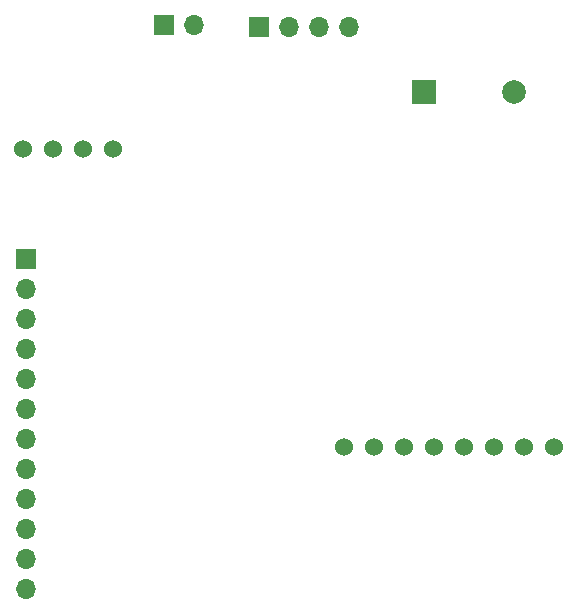
<source format=gbr>
%TF.GenerationSoftware,KiCad,Pcbnew,(6.0.6)*%
%TF.CreationDate,2023-12-09T00:08:52+03:00*%
%TF.ProjectId,MainAvionic-Kicad,4d61696e-4176-4696-9f6e-69632d4b6963,rev?*%
%TF.SameCoordinates,Original*%
%TF.FileFunction,Soldermask,Bot*%
%TF.FilePolarity,Negative*%
%FSLAX46Y46*%
G04 Gerber Fmt 4.6, Leading zero omitted, Abs format (unit mm)*
G04 Created by KiCad (PCBNEW (6.0.6)) date 2023-12-09 00:08:52*
%MOMM*%
%LPD*%
G01*
G04 APERTURE LIST*
%ADD10C,1.524000*%
%ADD11R,1.700000X1.700000*%
%ADD12O,1.700000X1.700000*%
%ADD13R,2.000000X2.000000*%
%ADD14C,2.000000*%
G04 APERTURE END LIST*
D10*
%TO.C,U5*%
X85810000Y-75310000D03*
X83270000Y-75310000D03*
X80730000Y-75310000D03*
X78190000Y-75310000D03*
%TD*%
D11*
%TO.C,J1*%
X98200000Y-64975000D03*
D12*
X100740000Y-64975000D03*
X103280000Y-64975000D03*
X105820000Y-64975000D03*
%TD*%
D13*
%TO.C,BZ1*%
X112200000Y-70500000D03*
D14*
X119800000Y-70500000D03*
%TD*%
D11*
%TO.C,J4*%
X90170000Y-64770000D03*
D12*
X92710000Y-64770000D03*
%TD*%
D11*
%TO.C,J2*%
X78500000Y-84640000D03*
D12*
X78500000Y-87180000D03*
X78500000Y-89720000D03*
X78500000Y-92260000D03*
X78500000Y-94800000D03*
X78500000Y-97340000D03*
X78500000Y-99880000D03*
X78500000Y-102420000D03*
X78500000Y-104960000D03*
X78500000Y-107500000D03*
X78500000Y-110040000D03*
X78500000Y-112580000D03*
%TD*%
D10*
%TO.C,U4*%
X123190000Y-100560000D03*
X120650000Y-100560000D03*
X118110000Y-100560000D03*
X115570000Y-100560000D03*
X113030000Y-100560000D03*
X110490000Y-100560000D03*
X107950000Y-100560000D03*
X105410000Y-100560000D03*
%TD*%
M02*

</source>
